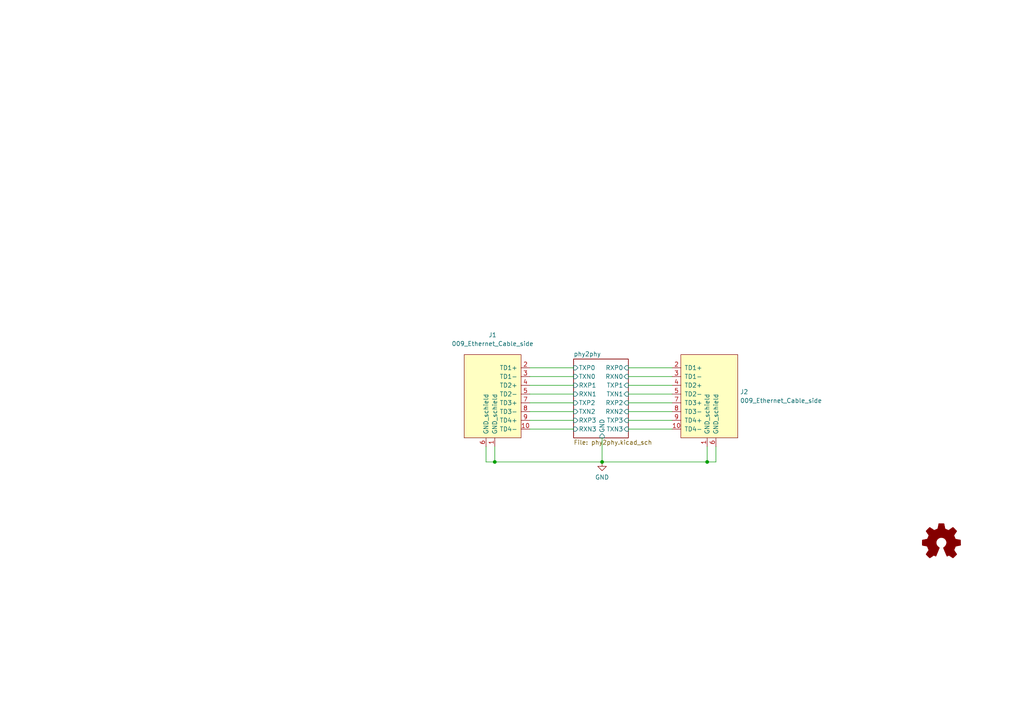
<source format=kicad_sch>
(kicad_sch (version 20230121) (generator eeschema)

  (uuid 57732dd3-1162-4c3f-88bd-31bf473d124d)

  (paper "A4")

  (lib_symbols
    (symbol "Graphic:Logo_Open_Hardware_Small" (pin_names (offset 1.016)) (in_bom yes) (on_board yes)
      (property "Reference" "#LOGO" (at 0 6.985 0)
        (effects (font (size 1.27 1.27)) hide)
      )
      (property "Value" "Logo_Open_Hardware_Small" (at 0 -5.715 0)
        (effects (font (size 1.27 1.27)) hide)
      )
      (property "Footprint" "" (at 0 0 0)
        (effects (font (size 1.27 1.27)) hide)
      )
      (property "Datasheet" "~" (at 0 0 0)
        (effects (font (size 1.27 1.27)) hide)
      )
      (property "ki_keywords" "Logo" (at 0 0 0)
        (effects (font (size 1.27 1.27)) hide)
      )
      (property "ki_description" "Open Hardware logo, small" (at 0 0 0)
        (effects (font (size 1.27 1.27)) hide)
      )
      (symbol "Logo_Open_Hardware_Small_0_1"
        (polyline
          (pts
            (xy 3.3528 -4.3434)
            (xy 3.302 -4.318)
            (xy 3.175 -4.2418)
            (xy 2.9972 -4.1148)
            (xy 2.7686 -3.9624)
            (xy 2.54 -3.81)
            (xy 2.3622 -3.7084)
            (xy 2.2352 -3.6068)
            (xy 2.1844 -3.5814)
            (xy 2.159 -3.6068)
            (xy 2.0574 -3.6576)
            (xy 1.905 -3.7338)
            (xy 1.8034 -3.7846)
            (xy 1.6764 -3.8354)
            (xy 1.6002 -3.8354)
            (xy 1.6002 -3.8354)
            (xy 1.5494 -3.7338)
            (xy 1.4732 -3.5306)
            (xy 1.3462 -3.302)
            (xy 1.2446 -3.0226)
            (xy 1.1176 -2.7178)
            (xy 0.9652 -2.413)
            (xy 0.8636 -2.1082)
            (xy 0.7366 -1.8288)
            (xy 0.6604 -1.6256)
            (xy 0.6096 -1.4732)
            (xy 0.5842 -1.397)
            (xy 0.5842 -1.397)
            (xy 0.6604 -1.3208)
            (xy 0.7874 -1.2446)
            (xy 1.0414 -1.016)
            (xy 1.2954 -0.6858)
            (xy 1.4478 -0.3302)
            (xy 1.524 0.0762)
            (xy 1.4732 0.4572)
            (xy 1.3208 0.8128)
            (xy 1.0668 1.143)
            (xy 0.762 1.3716)
            (xy 0.4064 1.524)
            (xy 0 1.5748)
            (xy -0.381 1.5494)
            (xy -0.7366 1.397)
            (xy -1.0668 1.143)
            (xy -1.2192 0.9906)
            (xy -1.397 0.6604)
            (xy -1.524 0.3048)
            (xy -1.524 0.2286)
            (xy -1.4986 -0.1778)
            (xy -1.397 -0.5334)
            (xy -1.1938 -0.8636)
            (xy -0.9144 -1.143)
            (xy -0.8636 -1.1684)
            (xy -0.7366 -1.27)
            (xy -0.635 -1.3462)
            (xy -0.5842 -1.397)
            (xy -1.0668 -2.5908)
            (xy -1.143 -2.794)
            (xy -1.2954 -3.1242)
            (xy -1.397 -3.4036)
            (xy -1.4986 -3.6322)
            (xy -1.5748 -3.7846)
            (xy -1.6002 -3.8354)
            (xy -1.6002 -3.8354)
            (xy -1.651 -3.8354)
            (xy -1.7272 -3.81)
            (xy -1.905 -3.7338)
            (xy -2.0066 -3.683)
            (xy -2.1336 -3.6068)
            (xy -2.2098 -3.5814)
            (xy -2.2606 -3.6068)
            (xy -2.3622 -3.683)
            (xy -2.54 -3.81)
            (xy -2.7686 -3.9624)
            (xy -2.9718 -4.0894)
            (xy -3.1496 -4.2164)
            (xy -3.302 -4.318)
            (xy -3.3528 -4.3434)
            (xy -3.3782 -4.3434)
            (xy -3.429 -4.318)
            (xy -3.5306 -4.2164)
            (xy -3.7084 -4.064)
            (xy -3.937 -3.8354)
            (xy -3.9624 -3.81)
            (xy -4.1656 -3.6068)
            (xy -4.318 -3.4544)
            (xy -4.4196 -3.3274)
            (xy -4.445 -3.2766)
            (xy -4.445 -3.2766)
            (xy -4.4196 -3.2258)
            (xy -4.318 -3.0734)
            (xy -4.2164 -2.8956)
            (xy -4.064 -2.667)
            (xy -3.6576 -2.0828)
            (xy -3.8862 -1.5494)
            (xy -3.937 -1.3716)
            (xy -4.0386 -1.1684)
            (xy -4.0894 -1.0414)
            (xy -4.1148 -0.9652)
            (xy -4.191 -0.9398)
            (xy -4.318 -0.9144)
            (xy -4.5466 -0.8636)
            (xy -4.8006 -0.8128)
            (xy -5.0546 -0.7874)
            (xy -5.2578 -0.7366)
            (xy -5.4356 -0.7112)
            (xy -5.5118 -0.6858)
            (xy -5.5118 -0.6858)
            (xy -5.5372 -0.635)
            (xy -5.5372 -0.5588)
            (xy -5.5372 -0.4318)
            (xy -5.5626 -0.2286)
            (xy -5.5626 0.0762)
            (xy -5.5626 0.127)
            (xy -5.5372 0.4064)
            (xy -5.5372 0.635)
            (xy -5.5372 0.762)
            (xy -5.5372 0.8382)
            (xy -5.5372 0.8382)
            (xy -5.461 0.8382)
            (xy -5.3086 0.889)
            (xy -5.08 0.9144)
            (xy -4.826 0.9652)
            (xy -4.8006 0.9906)
            (xy -4.5466 1.0414)
            (xy -4.318 1.0668)
            (xy -4.1656 1.1176)
            (xy -4.0894 1.143)
            (xy -4.0894 1.143)
            (xy -4.0386 1.2446)
            (xy -3.9624 1.4224)
            (xy -3.8608 1.6256)
            (xy -3.7846 1.8288)
            (xy -3.7084 2.0066)
            (xy -3.6576 2.159)
            (xy -3.6322 2.2098)
            (xy -3.6322 2.2098)
            (xy -3.683 2.286)
            (xy -3.7592 2.413)
            (xy -3.8862 2.5908)
            (xy -4.064 2.8194)
            (xy -4.064 2.8448)
            (xy -4.2164 3.0734)
            (xy -4.3434 3.2512)
            (xy -4.4196 3.3782)
            (xy -4.445 3.4544)
            (xy -4.445 3.4544)
            (xy -4.3942 3.5052)
            (xy -4.2926 3.6322)
            (xy -4.1148 3.81)
            (xy -3.937 4.0132)
            (xy -3.8608 4.064)
            (xy -3.6576 4.2926)
            (xy -3.5052 4.4196)
            (xy -3.4036 4.4958)
            (xy -3.3528 4.5212)
            (xy -3.3528 4.5212)
            (xy -3.302 4.4704)
            (xy -3.1496 4.3688)
            (xy -2.9718 4.2418)
            (xy -2.7432 4.0894)
            (xy -2.7178 4.0894)
            (xy -2.4892 3.937)
            (xy -2.3114 3.81)
            (xy -2.1844 3.7084)
            (xy -2.1336 3.683)
            (xy -2.1082 3.683)
            (xy -2.032 3.7084)
            (xy -1.8542 3.7592)
            (xy -1.6764 3.8354)
            (xy -1.4732 3.937)
            (xy -1.27 4.0132)
            (xy -1.143 4.064)
            (xy -1.0668 4.1148)
            (xy -1.0668 4.1148)
            (xy -1.0414 4.191)
            (xy -1.016 4.3434)
            (xy -0.9652 4.572)
            (xy -0.9144 4.8514)
            (xy -0.889 4.9022)
            (xy -0.8382 5.1562)
            (xy -0.8128 5.3848)
            (xy -0.7874 5.5372)
            (xy -0.762 5.588)
            (xy -0.7112 5.6134)
            (xy -0.5842 5.6134)
            (xy -0.4064 5.6134)
            (xy -0.1524 5.6134)
            (xy 0.0762 5.6134)
            (xy 0.3302 5.6134)
            (xy 0.5334 5.6134)
            (xy 0.6858 5.588)
            (xy 0.7366 5.588)
            (xy 0.7366 5.588)
            (xy 0.762 5.5118)
            (xy 0.8128 5.334)
            (xy 0.8382 5.1054)
            (xy 0.9144 4.826)
            (xy 0.9144 4.7752)
            (xy 0.9652 4.5212)
            (xy 1.016 4.2926)
            (xy 1.0414 4.1402)
            (xy 1.0668 4.0894)
            (xy 1.0668 4.0894)
            (xy 1.1938 4.0386)
            (xy 1.3716 3.9624)
            (xy 1.5748 3.8608)
            (xy 2.0828 3.6576)
            (xy 2.7178 4.0894)
            (xy 2.7686 4.1402)
            (xy 2.9972 4.2926)
            (xy 3.175 4.4196)
            (xy 3.302 4.4958)
            (xy 3.3782 4.5212)
            (xy 3.3782 4.5212)
            (xy 3.429 4.4704)
            (xy 3.556 4.3434)
            (xy 3.7338 4.191)
            (xy 3.9116 3.9878)
            (xy 4.064 3.8354)
            (xy 4.2418 3.6576)
            (xy 4.3434 3.556)
            (xy 4.4196 3.4798)
            (xy 4.4196 3.429)
            (xy 4.4196 3.4036)
            (xy 4.3942 3.3274)
            (xy 4.2926 3.2004)
            (xy 4.1656 2.9972)
            (xy 4.0132 2.794)
            (xy 3.8862 2.5908)
            (xy 3.7592 2.3876)
            (xy 3.6576 2.2352)
            (xy 3.6322 2.159)
            (xy 3.6322 2.1336)
            (xy 3.683 2.0066)
            (xy 3.7592 1.8288)
            (xy 3.8608 1.6002)
            (xy 4.064 1.1176)
            (xy 4.3942 1.0414)
            (xy 4.5974 1.016)
            (xy 4.8768 0.9652)
            (xy 5.1308 0.9144)
            (xy 5.5372 0.8382)
            (xy 5.5626 -0.6604)
            (xy 5.4864 -0.6858)
            (xy 5.4356 -0.6858)
            (xy 5.2832 -0.7366)
            (xy 5.0546 -0.762)
            (xy 4.8006 -0.8128)
            (xy 4.5974 -0.8636)
            (xy 4.3688 -0.9144)
            (xy 4.2164 -0.9398)
            (xy 4.1402 -0.9398)
            (xy 4.1148 -0.9652)
            (xy 4.064 -1.0668)
            (xy 3.9878 -1.2446)
            (xy 3.9116 -1.4478)
            (xy 3.81 -1.651)
            (xy 3.7338 -1.8542)
            (xy 3.683 -2.0066)
            (xy 3.6576 -2.0828)
            (xy 3.683 -2.1336)
            (xy 3.7846 -2.2606)
            (xy 3.8862 -2.4638)
            (xy 4.0386 -2.667)
            (xy 4.191 -2.8956)
            (xy 4.318 -3.0734)
            (xy 4.3942 -3.2004)
            (xy 4.445 -3.2766)
            (xy 4.4196 -3.3274)
            (xy 4.3434 -3.429)
            (xy 4.1656 -3.5814)
            (xy 3.937 -3.8354)
            (xy 3.8862 -3.8608)
            (xy 3.683 -4.064)
            (xy 3.5306 -4.2164)
            (xy 3.4036 -4.318)
            (xy 3.3528 -4.3434)
          )
          (stroke (width 0) (type default))
          (fill (type outline))
        )
      )
    )
    (symbol "power:GND" (power) (pin_names (offset 0)) (in_bom yes) (on_board yes)
      (property "Reference" "#PWR" (at 0 -6.35 0)
        (effects (font (size 1.27 1.27)) hide)
      )
      (property "Value" "GND" (at 0 -3.81 0)
        (effects (font (size 1.27 1.27)))
      )
      (property "Footprint" "" (at 0 0 0)
        (effects (font (size 1.27 1.27)) hide)
      )
      (property "Datasheet" "" (at 0 0 0)
        (effects (font (size 1.27 1.27)) hide)
      )
      (property "ki_keywords" "power-flag" (at 0 0 0)
        (effects (font (size 1.27 1.27)) hide)
      )
      (property "ki_description" "Power symbol creates a global label with name \"GND\" , ground" (at 0 0 0)
        (effects (font (size 1.27 1.27)) hide)
      )
      (symbol "GND_0_1"
        (polyline
          (pts
            (xy 0 0)
            (xy 0 -1.27)
            (xy 1.27 -1.27)
            (xy 0 -2.54)
            (xy -1.27 -1.27)
            (xy 0 -1.27)
          )
          (stroke (width 0) (type default))
          (fill (type none))
        )
      )
      (symbol "GND_1_1"
        (pin power_in line (at 0 0 270) (length 0) hide
          (name "GND" (effects (font (size 1.27 1.27))))
          (number "1" (effects (font (size 1.27 1.27))))
        )
      )
    )
    (symbol "put_on_edge:009_Ethernet_Cable_side" (pin_names (offset 1.016)) (in_bom yes) (on_board yes)
      (property "Reference" "J" (at -2.54 16.51 0)
        (effects (font (size 1.27 1.27)))
      )
      (property "Value" "009_Ethernet_Cable_side" (at 8.89 13.97 0)
        (effects (font (size 1.27 1.27)))
      )
      (property "Footprint" "" (at 7.62 16.51 0)
        (effects (font (size 1.27 1.27)) hide)
      )
      (property "Datasheet" "" (at 7.62 16.51 0)
        (effects (font (size 1.27 1.27)) hide)
      )
      (symbol "009_Ethernet_Cable_side_0_1"
        (rectangle (start -8.89 12.7) (end 7.62 -11.43)
          (stroke (width 0) (type default))
          (fill (type background))
        )
      )
      (symbol "009_Ethernet_Cable_side_1_1"
        (pin power_in line (at -1.27 -13.97 90) (length 2.54)
          (name "GND_schield" (effects (font (size 1.27 1.27))))
          (number "1" (effects (font (size 1.27 1.27))))
        )
        (pin bidirectional line (at -11.43 -8.89 0) (length 2.54)
          (name "TD4-" (effects (font (size 1.27 1.27))))
          (number "10" (effects (font (size 1.27 1.27))))
        )
        (pin bidirectional line (at -11.43 8.89 0) (length 2.54)
          (name "TD1+" (effects (font (size 1.27 1.27))))
          (number "2" (effects (font (size 1.27 1.27))))
        )
        (pin bidirectional line (at -11.43 6.35 0) (length 2.54)
          (name "TD1-" (effects (font (size 1.27 1.27))))
          (number "3" (effects (font (size 1.27 1.27))))
        )
        (pin bidirectional line (at -11.43 3.81 0) (length 2.54)
          (name "TD2+" (effects (font (size 1.27 1.27))))
          (number "4" (effects (font (size 1.27 1.27))))
        )
        (pin bidirectional line (at -11.43 1.27 0) (length 2.54)
          (name "TD2-" (effects (font (size 1.27 1.27))))
          (number "5" (effects (font (size 1.27 1.27))))
        )
        (pin power_in line (at 1.27 -13.97 90) (length 2.54)
          (name "GND_schield" (effects (font (size 1.27 1.27))))
          (number "6" (effects (font (size 1.27 1.27))))
        )
        (pin bidirectional line (at -11.43 -1.27 0) (length 2.54)
          (name "TD3+" (effects (font (size 1.27 1.27))))
          (number "7" (effects (font (size 1.27 1.27))))
        )
        (pin bidirectional line (at -11.43 -3.81 0) (length 2.54)
          (name "TD3-" (effects (font (size 1.27 1.27))))
          (number "8" (effects (font (size 1.27 1.27))))
        )
        (pin bidirectional line (at -11.43 -6.35 0) (length 2.54)
          (name "TD4+" (effects (font (size 1.27 1.27))))
          (number "9" (effects (font (size 1.27 1.27))))
        )
      )
    )
  )

  (junction (at 174.625 133.985) (diameter 0) (color 0 0 0 0)
    (uuid 155f43a1-4dca-42c2-b340-62c3d0e0d56d)
  )
  (junction (at 143.51 133.985) (diameter 0) (color 0 0 0 0)
    (uuid b9e5575e-63ba-47c3-8d4b-faa86175f122)
  )
  (junction (at 205.105 133.985) (diameter 0) (color 0 0 0 0)
    (uuid d37f7b64-897b-4cdb-b964-b0a607d66164)
  )

  (wire (pts (xy 182.245 124.46) (xy 194.945 124.46))
    (stroke (width 0) (type default))
    (uuid 1af9ecc0-4194-4d8b-8588-d5b7de9a3102)
  )
  (wire (pts (xy 153.67 119.38) (xy 166.37 119.38))
    (stroke (width 0) (type default))
    (uuid 2334c579-6708-4493-a6dc-bfbcf9b4fde8)
  )
  (wire (pts (xy 153.67 111.76) (xy 166.37 111.76))
    (stroke (width 0) (type default))
    (uuid 237953f5-d76f-4023-853b-7a3809b6d68b)
  )
  (wire (pts (xy 182.245 114.3) (xy 194.945 114.3))
    (stroke (width 0) (type default))
    (uuid 25b1615f-ca9f-4758-9f1e-d7a705ed5855)
  )
  (wire (pts (xy 174.625 133.985) (xy 205.105 133.985))
    (stroke (width 0) (type default))
    (uuid 27957639-ff14-47fd-b687-0358e704d0e3)
  )
  (wire (pts (xy 153.67 109.22) (xy 166.37 109.22))
    (stroke (width 0) (type default))
    (uuid 2bd8a1ce-3672-49b3-bbba-9809ea6961d4)
  )
  (wire (pts (xy 182.245 109.22) (xy 194.945 109.22))
    (stroke (width 0) (type default))
    (uuid 301eb701-461c-4aee-8a5a-bbcbd2502491)
  )
  (wire (pts (xy 182.245 119.38) (xy 194.945 119.38))
    (stroke (width 0) (type default))
    (uuid 3a0eeda4-d9ed-4e68-980d-a139bd4eb641)
  )
  (wire (pts (xy 153.67 116.84) (xy 166.37 116.84))
    (stroke (width 0) (type default))
    (uuid 3cf40700-06a8-41f9-8380-e017b444ad61)
  )
  (wire (pts (xy 205.105 129.54) (xy 205.105 133.985))
    (stroke (width 0) (type default))
    (uuid 3f7513da-f578-45ef-b349-a24dd828de95)
  )
  (wire (pts (xy 182.245 106.68) (xy 194.945 106.68))
    (stroke (width 0) (type default))
    (uuid 55febbc8-654d-4cd3-a64e-b20b3d5b98ea)
  )
  (wire (pts (xy 143.51 133.985) (xy 174.625 133.985))
    (stroke (width 0) (type default))
    (uuid 6ccde065-9480-490f-881c-154f6ada5e40)
  )
  (wire (pts (xy 207.645 133.985) (xy 207.645 129.54))
    (stroke (width 0) (type default))
    (uuid 751b3635-6184-4da5-8d9d-f40874eb3f3c)
  )
  (wire (pts (xy 205.105 133.985) (xy 207.645 133.985))
    (stroke (width 0) (type default))
    (uuid 75ea65b6-c9d7-44df-b816-15967a05db77)
  )
  (wire (pts (xy 182.245 116.84) (xy 194.945 116.84))
    (stroke (width 0) (type default))
    (uuid 91451626-297c-4b33-80d1-b52fa1f3e728)
  )
  (wire (pts (xy 140.97 133.985) (xy 143.51 133.985))
    (stroke (width 0) (type default))
    (uuid 916bc17c-c466-4c08-852d-ef6787da3ea0)
  )
  (wire (pts (xy 153.67 121.92) (xy 166.37 121.92))
    (stroke (width 0) (type default))
    (uuid 9c315ea7-e109-444d-bfae-05371c7a37f8)
  )
  (wire (pts (xy 153.67 114.3) (xy 166.37 114.3))
    (stroke (width 0) (type default))
    (uuid a21c8ece-cb35-4e18-b56b-43b3e9680cfe)
  )
  (wire (pts (xy 140.97 129.54) (xy 140.97 133.985))
    (stroke (width 0) (type default))
    (uuid aa8dd4ad-e260-4d65-af82-964377cb05c4)
  )
  (wire (pts (xy 174.625 127) (xy 174.625 133.985))
    (stroke (width 0) (type default))
    (uuid c402ebd8-780f-4eb2-95cc-5b2dd789f7a8)
  )
  (wire (pts (xy 143.51 129.54) (xy 143.51 133.985))
    (stroke (width 0) (type default))
    (uuid c5ecb289-dc2c-45f3-bb5b-a0fe36336582)
  )
  (wire (pts (xy 153.67 106.68) (xy 166.37 106.68))
    (stroke (width 0) (type default))
    (uuid c9f26c3f-4636-4900-bbc1-ac7a1efbd6ff)
  )
  (wire (pts (xy 182.245 111.76) (xy 194.945 111.76))
    (stroke (width 0) (type default))
    (uuid e04c6013-1410-4c00-b1d7-d250b13d8d1b)
  )
  (wire (pts (xy 182.245 121.92) (xy 194.945 121.92))
    (stroke (width 0) (type default))
    (uuid edce27d1-9cf8-464d-ab87-674284ff17df)
  )
  (wire (pts (xy 153.67 124.46) (xy 166.37 124.46))
    (stroke (width 0) (type default))
    (uuid fea3989f-c546-4691-a926-c688edb8f316)
  )

  (symbol (lib_id "put_on_edge:009_Ethernet_Cable_side") (at 206.375 115.57 0) (unit 1)
    (in_bom yes) (on_board yes) (dnp no) (fields_autoplaced)
    (uuid 0287eea6-5099-4289-b2dc-c4c4663624cd)
    (property "Reference" "J2" (at 214.63 113.6649 0)
      (effects (font (size 1.27 1.27)) (justify left))
    )
    (property "Value" "009_Ethernet_Cable_side" (at 214.63 116.2049 0)
      (effects (font (size 1.27 1.27)) (justify left))
    )
    (property "Footprint" "on_edge:on_edge_2x05_device" (at 213.995 99.06 0)
      (effects (font (size 1.27 1.27)) hide)
    )
    (property "Datasheet" "" (at 213.995 99.06 0)
      (effects (font (size 1.27 1.27)) hide)
    )
    (pin "1" (uuid 3da15f85-874b-4972-a30d-36d28cd1233d))
    (pin "10" (uuid 12520d66-9abf-407c-a70d-5a1fe164a933))
    (pin "2" (uuid 6dd3b616-3ead-437a-afcb-18662bde40c5))
    (pin "3" (uuid 9f788f25-3068-4d63-9194-6b60cc1063b1))
    (pin "4" (uuid b4584c7c-a425-4f0a-ad5e-d71b72bce53e))
    (pin "5" (uuid d6bd68d6-aaba-4809-a166-2a69313b1607))
    (pin "6" (uuid b8990cd7-f606-46b5-be35-c45d3311886e))
    (pin "7" (uuid eed397be-2894-4905-a067-c2ddeb6aa476))
    (pin "8" (uuid ea5918ac-596c-45d1-a17c-5f4d48a6a3a1))
    (pin "9" (uuid d64c6167-f5f5-40d3-9d81-93f8beb33547))
    (instances
      (project "board"
        (path "/57732dd3-1162-4c3f-88bd-31bf473d124d"
          (reference "J2") (unit 1)
        )
      )
    )
  )

  (symbol (lib_id "put_on_edge:009_Ethernet_Cable_side") (at 142.24 115.57 0) (mirror y) (unit 1)
    (in_bom yes) (on_board yes) (dnp no) (fields_autoplaced)
    (uuid 68732e63-dcb3-41e0-a771-c4f2c143f33a)
    (property "Reference" "J1" (at 142.875 97.155 0)
      (effects (font (size 1.27 1.27)))
    )
    (property "Value" "009_Ethernet_Cable_side" (at 142.875 99.695 0)
      (effects (font (size 1.27 1.27)))
    )
    (property "Footprint" "on_edge:on_edge_2x05_device" (at 134.62 99.06 0)
      (effects (font (size 1.27 1.27)) hide)
    )
    (property "Datasheet" "" (at 134.62 99.06 0)
      (effects (font (size 1.27 1.27)) hide)
    )
    (pin "1" (uuid 23aeb531-b45c-4813-8a8b-e927373c3f91))
    (pin "10" (uuid 998e2604-2d72-4a7a-b03e-9d6b31300625))
    (pin "2" (uuid be972011-e758-4c72-8361-23ef7dca6c5d))
    (pin "3" (uuid ddff2134-fc6b-4e05-9673-adb697fe4b13))
    (pin "4" (uuid 7406c14e-5ae6-4489-9e7b-1d8c49ede7c5))
    (pin "5" (uuid 91779eeb-cbc0-4e49-ba7e-04ccafead2da))
    (pin "6" (uuid 088fb2f3-1b85-483b-9794-e4c5b228657f))
    (pin "7" (uuid cada963c-9f3c-4d87-b4ec-1be991710e6e))
    (pin "8" (uuid 562298b4-f438-49be-9eb7-6c62368be52d))
    (pin "9" (uuid 6d75764f-6e96-4055-988a-899e1c87f26a))
    (instances
      (project "board"
        (path "/57732dd3-1162-4c3f-88bd-31bf473d124d"
          (reference "J1") (unit 1)
        )
      )
    )
  )

  (symbol (lib_id "power:GND") (at 174.625 133.985 0) (unit 1)
    (in_bom yes) (on_board yes) (dnp no) (fields_autoplaced)
    (uuid b3361342-4700-4dca-91d7-56a7fb286888)
    (property "Reference" "#PWR0101" (at 174.625 140.335 0)
      (effects (font (size 1.27 1.27)) hide)
    )
    (property "Value" "GND" (at 174.625 138.43 0)
      (effects (font (size 1.27 1.27)))
    )
    (property "Footprint" "" (at 174.625 133.985 0)
      (effects (font (size 1.27 1.27)) hide)
    )
    (property "Datasheet" "" (at 174.625 133.985 0)
      (effects (font (size 1.27 1.27)) hide)
    )
    (pin "1" (uuid 24c29e6d-951d-4be5-9f12-13a8d877afe9))
    (instances
      (project "board"
        (path "/57732dd3-1162-4c3f-88bd-31bf473d124d"
          (reference "#PWR0101") (unit 1)
        )
      )
    )
  )

  (symbol (lib_id "Graphic:Logo_Open_Hardware_Small") (at 273.05 157.48 0) (unit 1)
    (in_bom yes) (on_board yes) (dnp no) (fields_autoplaced)
    (uuid b72b6f4a-7489-40f2-bb90-d75ae01aa368)
    (property "Reference" "LOGO1" (at 273.05 150.495 0)
      (effects (font (size 1.27 1.27)) hide)
    )
    (property "Value" "Logo_Open_Hardware_Small" (at 273.05 163.195 0)
      (effects (font (size 1.27 1.27)) hide)
    )
    (property "Footprint" "Symbol:OSHW-Symbol_6.7x6mm_SilkScreen" (at 273.05 157.48 0)
      (effects (font (size 1.27 1.27)) hide)
    )
    (property "Datasheet" "~" (at 273.05 157.48 0)
      (effects (font (size 1.27 1.27)) hide)
    )
    (instances
      (project "board"
        (path "/57732dd3-1162-4c3f-88bd-31bf473d124d"
          (reference "LOGO1") (unit 1)
        )
      )
    )
  )

  (sheet (at 166.37 104.14) (size 15.875 22.86) (fields_autoplaced)
    (stroke (width 0.1524) (type solid))
    (fill (color 0 0 0 0.0000))
    (uuid 767ce4c6-0e55-4543-92f0-34cb8237a544)
    (property "Sheetname" "phy2phy" (at 166.37 103.4284 0)
      (effects (font (size 1.27 1.27)) (justify left bottom))
    )
    (property "Sheetfile" "phy2phy.kicad_sch" (at 166.37 127.5846 0)
      (effects (font (size 1.27 1.27)) (justify left top))
    )
    (pin "TXN1" input (at 182.245 114.3 0)
      (effects (font (size 1.27 1.27)) (justify right))
      (uuid 5c9a3a97-03ef-4e86-b08d-117ef29b4067)
    )
    (pin "RXN1" input (at 166.37 114.3 180)
      (effects (font (size 1.27 1.27)) (justify left))
      (uuid 982f9fed-9d16-4a06-b58a-144e827127e9)
    )
    (pin "RXP1" input (at 166.37 111.76 180)
      (effects (font (size 1.27 1.27)) (justify left))
      (uuid 057effea-65ae-4164-bb7f-ffb31fc65f04)
    )
    (pin "RXN3" input (at 166.37 124.46 180)
      (effects (font (size 1.27 1.27)) (justify left))
      (uuid 50e3ec9e-9fec-49cf-8779-8e02e7bd2250)
    )
    (pin "TXP3" input (at 182.245 121.92 0)
      (effects (font (size 1.27 1.27)) (justify right))
      (uuid e24779ea-cbbf-4f20-bdf1-d57e56ffc4e6)
    )
    (pin "RXP2" input (at 182.245 116.84 0)
      (effects (font (size 1.27 1.27)) (justify right))
      (uuid f6208ddd-bff1-4e0e-8615-003a678e1aca)
    )
    (pin "TXP2" input (at 166.37 116.84 180)
      (effects (font (size 1.27 1.27)) (justify left))
      (uuid dbffb437-4c19-4df5-a60d-d74e024d207b)
    )
    (pin "TXN3" input (at 182.245 124.46 0)
      (effects (font (size 1.27 1.27)) (justify right))
      (uuid f886bc03-ee02-4496-b7ac-d96974f35109)
    )
    (pin "RXP3" input (at 166.37 121.92 180)
      (effects (font (size 1.27 1.27)) (justify left))
      (uuid 61e8f0ab-d286-4d4e-a4ec-36d0b0a32c6d)
    )
    (pin "TXP1" input (at 182.245 111.76 0)
      (effects (font (size 1.27 1.27)) (justify right))
      (uuid 1e0a79a2-1a54-46e4-80d5-495b57a493cd)
    )
    (pin "RXN2" input (at 182.245 119.38 0)
      (effects (font (size 1.27 1.27)) (justify right))
      (uuid c942f8c3-6ef4-4d81-8ba1-7eb7bddbc7e3)
    )
    (pin "TXN2" input (at 166.37 119.38 180)
      (effects (font (size 1.27 1.27)) (justify left))
      (uuid ed876437-f69c-4784-b3b1-262093e582ab)
    )
    (pin "TXN0" input (at 166.37 109.22 180)
      (effects (font (size 1.27 1.27)) (justify left))
      (uuid 1cf5bfae-eca2-4ff7-85b6-085fdf3bbc80)
    )
    (pin "TXP0" input (at 166.37 106.68 180)
      (effects (font (size 1.27 1.27)) (justify left))
      (uuid 07b5a856-38ad-4bd8-abd4-72abc7b627ef)
    )
    (pin "RXN0" input (at 182.245 109.22 0)
      (effects (font (size 1.27 1.27)) (justify right))
      (uuid 07a6e032-cfed-42d0-adfa-2b58d9dce4e5)
    )
    (pin "RXP0" input (at 182.245 106.68 0)
      (effects (font (size 1.27 1.27)) (justify right))
      (uuid b895cbe4-2768-4800-93a0-cd0412e3bc62)
    )
    (pin "GND" input (at 174.625 127 270)
      (effects (font (size 1.27 1.27)) (justify left))
      (uuid f4ff2c93-9712-4396-bcd6-177689815df2)
    )
    (instances
      (project "board"
        (path "/57732dd3-1162-4c3f-88bd-31bf473d124d" (page "2"))
      )
    )
  )

  (sheet_instances
    (path "/" (page "1"))
  )
)

</source>
